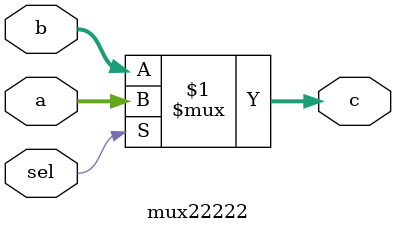
<source format=v>
`timescale 1ns / 1ps
module mux22222(
	 input [31:0] a,
    input [31:0] b,
    input sel,
    output [31:0] c
    );
	 assign c = (sel)?a:b;
  


endmodule

</source>
